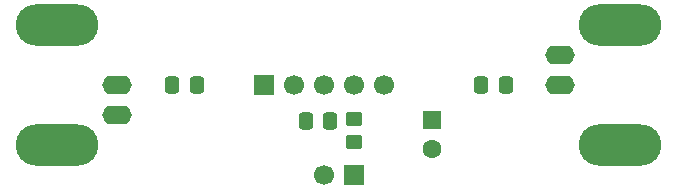
<source format=gbr>
%TF.GenerationSoftware,KiCad,Pcbnew,9.0.3*%
%TF.CreationDate,2025-07-24T18:02:03+02:00*%
%TF.ProjectId,OM345_Testrig,4f4d3334-355f-4546-9573-747269672e6b,rev?*%
%TF.SameCoordinates,Original*%
%TF.FileFunction,Soldermask,Top*%
%TF.FilePolarity,Negative*%
%FSLAX46Y46*%
G04 Gerber Fmt 4.6, Leading zero omitted, Abs format (unit mm)*
G04 Created by KiCad (PCBNEW 9.0.3) date 2025-07-24 18:02:03*
%MOMM*%
%LPD*%
G01*
G04 APERTURE LIST*
G04 Aperture macros list*
%AMRoundRect*
0 Rectangle with rounded corners*
0 $1 Rounding radius*
0 $2 $3 $4 $5 $6 $7 $8 $9 X,Y pos of 4 corners*
0 Add a 4 corners polygon primitive as box body*
4,1,4,$2,$3,$4,$5,$6,$7,$8,$9,$2,$3,0*
0 Add four circle primitives for the rounded corners*
1,1,$1+$1,$2,$3*
1,1,$1+$1,$4,$5*
1,1,$1+$1,$6,$7*
1,1,$1+$1,$8,$9*
0 Add four rect primitives between the rounded corners*
20,1,$1+$1,$2,$3,$4,$5,0*
20,1,$1+$1,$4,$5,$6,$7,0*
20,1,$1+$1,$6,$7,$8,$9,0*
20,1,$1+$1,$8,$9,$2,$3,0*%
G04 Aperture macros list end*
%ADD10RoundRect,0.250000X-0.550000X0.550000X-0.550000X-0.550000X0.550000X-0.550000X0.550000X0.550000X0*%
%ADD11C,1.600000*%
%ADD12RoundRect,0.250000X-0.450000X0.350000X-0.450000X-0.350000X0.450000X-0.350000X0.450000X0.350000X0*%
%ADD13R,1.700000X1.700000*%
%ADD14C,1.700000*%
%ADD15O,2.500000X1.600000*%
%ADD16O,7.000000X3.500000*%
%ADD17RoundRect,0.250000X-0.337500X-0.475000X0.337500X-0.475000X0.337500X0.475000X-0.337500X0.475000X0*%
G04 APERTURE END LIST*
D10*
%TO.C,C4*%
X151384000Y-84201000D03*
D11*
X151384000Y-86701000D03*
%TD*%
D12*
%TO.C,R1*%
X144780000Y-84090000D03*
X144780000Y-86090000D03*
%TD*%
D13*
%TO.C,J3*%
X137160000Y-81280000D03*
D14*
X139700000Y-81280000D03*
X142240000Y-81280000D03*
X144780000Y-81280000D03*
X147320000Y-81280000D03*
%TD*%
D15*
%TO.C,J1*%
X124770000Y-81280000D03*
D16*
X119690000Y-86360000D03*
D15*
X124770000Y-83820000D03*
D16*
X119690000Y-76200000D03*
%TD*%
D17*
%TO.C,C1*%
X129391500Y-81280000D03*
X131466500Y-81280000D03*
%TD*%
%TO.C,C2*%
X155553500Y-81280000D03*
X157628500Y-81280000D03*
%TD*%
D15*
%TO.C,J2*%
X162250000Y-81280000D03*
D16*
X167330000Y-76200000D03*
D15*
X162250000Y-78740000D03*
D16*
X167330000Y-86360000D03*
%TD*%
D13*
%TO.C,J4*%
X144780000Y-88900000D03*
D14*
X142240000Y-88900000D03*
%TD*%
D17*
%TO.C,C3*%
X140694500Y-84328000D03*
X142769500Y-84328000D03*
%TD*%
M02*

</source>
